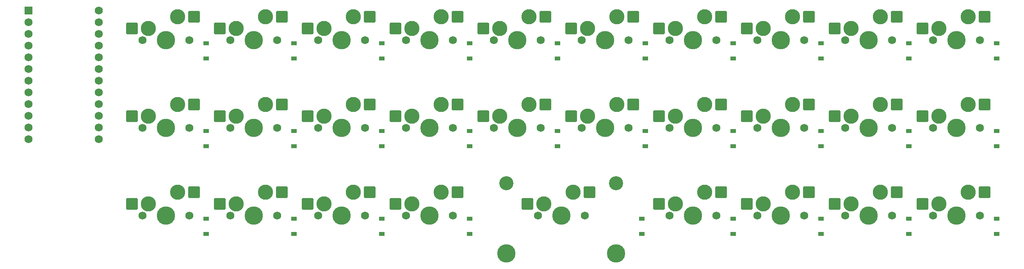
<source format=gbr>
%TF.GenerationSoftware,KiCad,Pcbnew,(6.0.6)*%
%TF.CreationDate,2022-07-19T20:18:06+07:00*%
%TF.ProjectId,pocket,706f636b-6574-42e6-9b69-6361645f7063,rev?*%
%TF.SameCoordinates,Original*%
%TF.FileFunction,Soldermask,Bot*%
%TF.FilePolarity,Negative*%
%FSLAX46Y46*%
G04 Gerber Fmt 4.6, Leading zero omitted, Abs format (unit mm)*
G04 Created by KiCad (PCBNEW (6.0.6)) date 2022-07-19 20:18:06*
%MOMM*%
%LPD*%
G01*
G04 APERTURE LIST*
G04 Aperture macros list*
%AMRoundRect*
0 Rectangle with rounded corners*
0 $1 Rounding radius*
0 $2 $3 $4 $5 $6 $7 $8 $9 X,Y pos of 4 corners*
0 Add a 4 corners polygon primitive as box body*
4,1,4,$2,$3,$4,$5,$6,$7,$8,$9,$2,$3,0*
0 Add four circle primitives for the rounded corners*
1,1,$1+$1,$2,$3*
1,1,$1+$1,$4,$5*
1,1,$1+$1,$6,$7*
1,1,$1+$1,$8,$9*
0 Add four rect primitives between the rounded corners*
20,1,$1+$1,$2,$3,$4,$5,0*
20,1,$1+$1,$4,$5,$6,$7,0*
20,1,$1+$1,$6,$7,$8,$9,0*
20,1,$1+$1,$8,$9,$2,$3,0*%
G04 Aperture macros list end*
%ADD10C,1.750000*%
%ADD11C,3.987800*%
%ADD12RoundRect,0.250000X1.025000X1.000000X-1.025000X1.000000X-1.025000X-1.000000X1.025000X-1.000000X0*%
%ADD13C,3.300000*%
%ADD14R,1.200000X0.900000*%
%ADD15R,1.752600X1.752600*%
%ADD16C,1.752600*%
%ADD17C,3.048000*%
G04 APERTURE END LIST*
D10*
%TO.C,SW25*%
X171767500Y-110331250D03*
X161607500Y-110331250D03*
D11*
X166687500Y-110331250D03*
D12*
X159327500Y-107791250D03*
D13*
X162877500Y-107791250D03*
D12*
X172777500Y-105251250D03*
D13*
X169227500Y-105251250D03*
%TD*%
D11*
%TO.C,SW16*%
X157162500Y-91281250D03*
D10*
X162242500Y-91281250D03*
X152082500Y-91281250D03*
D13*
X153352500Y-88741250D03*
D12*
X149802500Y-88741250D03*
D13*
X159702500Y-86201250D03*
D12*
X163252500Y-86201250D03*
%TD*%
D10*
%TO.C,SW29*%
X86042500Y-110331250D03*
D11*
X80962500Y-110331250D03*
D10*
X75882500Y-110331250D03*
D13*
X77152500Y-107791250D03*
D12*
X73602500Y-107791250D03*
X87052500Y-105251250D03*
D13*
X83502500Y-105251250D03*
%TD*%
D14*
%TO.C,D1*%
X261143750Y-76262500D03*
X261143750Y-72962500D03*
%TD*%
%TO.C,D5*%
X184943750Y-76262500D03*
X184943750Y-72962500D03*
%TD*%
D13*
%TO.C,SW18*%
X121602500Y-86201250D03*
D12*
X125152500Y-86201250D03*
D13*
X115252500Y-88741250D03*
D12*
X111702500Y-88741250D03*
D11*
X119062500Y-91281250D03*
D10*
X113982500Y-91281250D03*
X124142500Y-91281250D03*
%TD*%
D14*
%TO.C,D6*%
X165893750Y-76262500D03*
X165893750Y-72962500D03*
%TD*%
D11*
%TO.C,SW13*%
X214312500Y-91281250D03*
D10*
X209232500Y-91281250D03*
X219392500Y-91281250D03*
D13*
X210502500Y-88741250D03*
D12*
X206952500Y-88741250D03*
X220402500Y-86201250D03*
D13*
X216852500Y-86201250D03*
%TD*%
D14*
%TO.C,D21*%
X261143750Y-114362500D03*
X261143750Y-111062500D03*
%TD*%
D11*
%TO.C,SW9*%
X100012500Y-72231250D03*
D10*
X105092500Y-72231250D03*
X94932500Y-72231250D03*
D12*
X92652500Y-69691250D03*
D13*
X96202500Y-69691250D03*
X102552500Y-67151250D03*
D12*
X106102500Y-67151250D03*
%TD*%
D10*
%TO.C,SW3*%
X209232500Y-72231250D03*
D11*
X214312500Y-72231250D03*
D10*
X219392500Y-72231250D03*
D12*
X206952500Y-69691250D03*
D13*
X210502500Y-69691250D03*
D12*
X220402500Y-67151250D03*
D13*
X216852500Y-67151250D03*
%TD*%
D14*
%TO.C,D22*%
X242093750Y-114362500D03*
X242093750Y-111062500D03*
%TD*%
D11*
%TO.C,SW10*%
X80962500Y-72231250D03*
D10*
X86042500Y-72231250D03*
X75882500Y-72231250D03*
D12*
X73602500Y-69691250D03*
D13*
X77152500Y-69691250D03*
X83502500Y-67151250D03*
D12*
X87052500Y-67151250D03*
%TD*%
D10*
%TO.C,SW7*%
X143192500Y-72231250D03*
D11*
X138112500Y-72231250D03*
D10*
X133032500Y-72231250D03*
D13*
X134302500Y-69691250D03*
D12*
X130752500Y-69691250D03*
D13*
X140652500Y-67151250D03*
D12*
X144202500Y-67151250D03*
%TD*%
D10*
%TO.C,SW23*%
X219392500Y-110331250D03*
D11*
X214312500Y-110331250D03*
D10*
X209232500Y-110331250D03*
D13*
X210502500Y-107791250D03*
D12*
X206952500Y-107791250D03*
D13*
X216852500Y-105251250D03*
D12*
X220402500Y-105251250D03*
%TD*%
D14*
%TO.C,D4*%
X203993750Y-76262500D03*
X203993750Y-72962500D03*
%TD*%
D11*
%TO.C,SW26*%
X138112500Y-110331250D03*
D10*
X133032500Y-110331250D03*
X143192500Y-110331250D03*
D12*
X130752500Y-107791250D03*
D13*
X134302500Y-107791250D03*
D12*
X144202500Y-105251250D03*
D13*
X140652500Y-105251250D03*
%TD*%
D14*
%TO.C,D7*%
X146843750Y-76262500D03*
X146843750Y-72962500D03*
%TD*%
D15*
%TO.C,U1*%
X51117500Y-65804250D03*
D16*
X51117500Y-68344250D03*
X51117500Y-70884250D03*
X51117500Y-73424250D03*
X51117500Y-75964250D03*
X51117500Y-78504250D03*
X51117500Y-81044250D03*
X51117500Y-83584250D03*
X51117500Y-86124250D03*
X51117500Y-88664250D03*
X51117500Y-91204250D03*
X51117500Y-93744250D03*
X66357500Y-93744250D03*
X66357500Y-91204250D03*
X66357500Y-88664250D03*
X66357500Y-86124250D03*
X66357500Y-83584250D03*
X66357500Y-81044250D03*
X66357500Y-78504250D03*
X66357500Y-75964250D03*
X66357500Y-73424250D03*
X66357500Y-70884250D03*
X66357500Y-68344250D03*
X66357500Y-65804250D03*
%TD*%
D14*
%TO.C,D12*%
X242093750Y-95312500D03*
X242093750Y-92012500D03*
%TD*%
%TO.C,D24*%
X203993750Y-114362500D03*
X203993750Y-111062500D03*
%TD*%
%TO.C,D23*%
X223043750Y-114362500D03*
X223043750Y-111062500D03*
%TD*%
%TO.C,D14*%
X203993750Y-95312500D03*
X203993750Y-92012500D03*
%TD*%
%TO.C,D10*%
X89693750Y-76262500D03*
X89693750Y-72962500D03*
%TD*%
%TO.C,D27*%
X127793750Y-114362500D03*
X127793750Y-111062500D03*
%TD*%
%TO.C,D19*%
X108743750Y-95312500D03*
X108743750Y-92012500D03*
%TD*%
D10*
%TO.C,SW24*%
X190182500Y-110331250D03*
D11*
X195262500Y-110331250D03*
D10*
X200342500Y-110331250D03*
D12*
X187902500Y-107791250D03*
D13*
X191452500Y-107791250D03*
X197802500Y-105251250D03*
D12*
X201352500Y-105251250D03*
%TD*%
D14*
%TO.C,D28*%
X108743750Y-114362500D03*
X108743750Y-111062500D03*
%TD*%
D10*
%TO.C,SW15*%
X181292500Y-91281250D03*
D11*
X176212500Y-91281250D03*
D10*
X171132500Y-91281250D03*
D12*
X168852500Y-88741250D03*
D13*
X172402500Y-88741250D03*
X178752500Y-86201250D03*
D12*
X182302500Y-86201250D03*
%TD*%
D10*
%TO.C,SW17*%
X133032500Y-91281250D03*
X143192500Y-91281250D03*
D11*
X138112500Y-91281250D03*
D13*
X134302500Y-88741250D03*
D12*
X130752500Y-88741250D03*
X144202500Y-86201250D03*
D13*
X140652500Y-86201250D03*
%TD*%
D10*
%TO.C,SW19*%
X105092500Y-91281250D03*
D11*
X100012500Y-91281250D03*
D10*
X94932500Y-91281250D03*
D12*
X92652500Y-88741250D03*
D13*
X96202500Y-88741250D03*
X102552500Y-86201250D03*
D12*
X106102500Y-86201250D03*
%TD*%
D14*
%TO.C,D9*%
X108743750Y-72962500D03*
X108743750Y-76262500D03*
%TD*%
%TO.C,D20*%
X89693750Y-95312500D03*
X89693750Y-92012500D03*
%TD*%
D10*
%TO.C,SW22*%
X238442500Y-110331250D03*
X228282500Y-110331250D03*
D11*
X233362500Y-110331250D03*
D13*
X229552500Y-107791250D03*
D12*
X226002500Y-107791250D03*
D13*
X235902500Y-105251250D03*
D12*
X239452500Y-105251250D03*
%TD*%
D11*
%TO.C,SW12*%
X233362500Y-91281250D03*
D10*
X228282500Y-91281250D03*
X238442500Y-91281250D03*
D13*
X229552500Y-88741250D03*
D12*
X226002500Y-88741250D03*
D13*
X235902500Y-86201250D03*
D12*
X239452500Y-86201250D03*
%TD*%
D17*
%TO.C,S1*%
X154781250Y-103346250D03*
D11*
X178593750Y-118586250D03*
D17*
X178593750Y-103346250D03*
D11*
X154781250Y-118586250D03*
%TD*%
%TO.C,SW6*%
X157162500Y-72231250D03*
D10*
X162242500Y-72231250D03*
X152082500Y-72231250D03*
D12*
X149802500Y-69691250D03*
D13*
X153352500Y-69691250D03*
X159702500Y-67151250D03*
D12*
X163252500Y-67151250D03*
%TD*%
D14*
%TO.C,D29*%
X89693750Y-114362500D03*
X89693750Y-111062500D03*
%TD*%
D10*
%TO.C,SW21*%
X247332500Y-110331250D03*
D11*
X252412500Y-110331250D03*
D10*
X257492500Y-110331250D03*
D12*
X245052500Y-107791250D03*
D13*
X248602500Y-107791250D03*
D12*
X258502500Y-105251250D03*
D13*
X254952500Y-105251250D03*
%TD*%
D14*
%TO.C,D3*%
X223043750Y-76262500D03*
X223043750Y-72962500D03*
%TD*%
%TO.C,D15*%
X184943750Y-95312500D03*
X184943750Y-92012500D03*
%TD*%
D11*
%TO.C,SW8*%
X119062500Y-72231250D03*
D10*
X124142500Y-72231250D03*
X113982500Y-72231250D03*
D13*
X115252500Y-69691250D03*
D12*
X111702500Y-69691250D03*
X125152500Y-67151250D03*
D13*
X121602500Y-67151250D03*
%TD*%
D14*
%TO.C,D25*%
X184150000Y-114362500D03*
X184150000Y-111062500D03*
%TD*%
D10*
%TO.C,SW4*%
X200342500Y-72231250D03*
X190182500Y-72231250D03*
D11*
X195262500Y-72231250D03*
D12*
X187902500Y-69691250D03*
D13*
X191452500Y-69691250D03*
D12*
X201352500Y-67151250D03*
D13*
X197802500Y-67151250D03*
%TD*%
D14*
%TO.C,D16*%
X165893750Y-95312500D03*
X165893750Y-92012500D03*
%TD*%
D10*
%TO.C,SW1*%
X257492500Y-72231250D03*
X247332500Y-72231250D03*
D11*
X252412500Y-72231250D03*
D13*
X248602500Y-69691250D03*
D12*
X245052500Y-69691250D03*
X258502500Y-67151250D03*
D13*
X254952500Y-67151250D03*
%TD*%
D14*
%TO.C,D13*%
X223043750Y-95312500D03*
X223043750Y-92012500D03*
%TD*%
%TO.C,D11*%
X261143750Y-95312500D03*
X261143750Y-92012500D03*
%TD*%
%TO.C,D26*%
X146843750Y-114362500D03*
X146843750Y-111062500D03*
%TD*%
D11*
%TO.C,SW14*%
X195262500Y-91281250D03*
D10*
X190182500Y-91281250D03*
X200342500Y-91281250D03*
D13*
X191452500Y-88741250D03*
D12*
X187902500Y-88741250D03*
D13*
X197802500Y-86201250D03*
D12*
X201352500Y-86201250D03*
%TD*%
D10*
%TO.C,SW28*%
X105092500Y-110331250D03*
D11*
X100012500Y-110331250D03*
D10*
X94932500Y-110331250D03*
D13*
X96202500Y-107791250D03*
D12*
X92652500Y-107791250D03*
X106102500Y-105251250D03*
D13*
X102552500Y-105251250D03*
%TD*%
D11*
%TO.C,SW5*%
X176212500Y-72231250D03*
D10*
X171132500Y-72231250D03*
X181292500Y-72231250D03*
D13*
X172402500Y-69691250D03*
D12*
X168852500Y-69691250D03*
D13*
X178752500Y-67151250D03*
D12*
X182302500Y-67151250D03*
%TD*%
D14*
%TO.C,D2*%
X242093750Y-76262500D03*
X242093750Y-72962500D03*
%TD*%
D10*
%TO.C,SW11*%
X257492500Y-91281250D03*
X247332500Y-91281250D03*
D11*
X252412500Y-91281250D03*
D13*
X248602500Y-88741250D03*
D12*
X245052500Y-88741250D03*
D13*
X254952500Y-86201250D03*
D12*
X258502500Y-86201250D03*
%TD*%
D11*
%TO.C,SW2*%
X233362500Y-72231250D03*
D10*
X228282500Y-72231250D03*
X238442500Y-72231250D03*
D12*
X226002500Y-69691250D03*
D13*
X229552500Y-69691250D03*
D12*
X239452500Y-67151250D03*
D13*
X235902500Y-67151250D03*
%TD*%
D10*
%TO.C,SW20*%
X75882500Y-91281250D03*
X86042500Y-91281250D03*
D11*
X80962500Y-91281250D03*
D12*
X73602500Y-88741250D03*
D13*
X77152500Y-88741250D03*
D12*
X87052500Y-86201250D03*
D13*
X83502500Y-86201250D03*
%TD*%
D14*
%TO.C,D8*%
X127793750Y-76262500D03*
X127793750Y-72962500D03*
%TD*%
%TO.C,D17*%
X146843750Y-95312500D03*
X146843750Y-92012500D03*
%TD*%
%TO.C,D18*%
X127793750Y-95312500D03*
X127793750Y-92012500D03*
%TD*%
D10*
%TO.C,SW27*%
X113982500Y-110331250D03*
X124142500Y-110331250D03*
D11*
X119062500Y-110331250D03*
D12*
X111702500Y-107791250D03*
D13*
X115252500Y-107791250D03*
X121602500Y-105251250D03*
D12*
X125152500Y-105251250D03*
%TD*%
M02*

</source>
